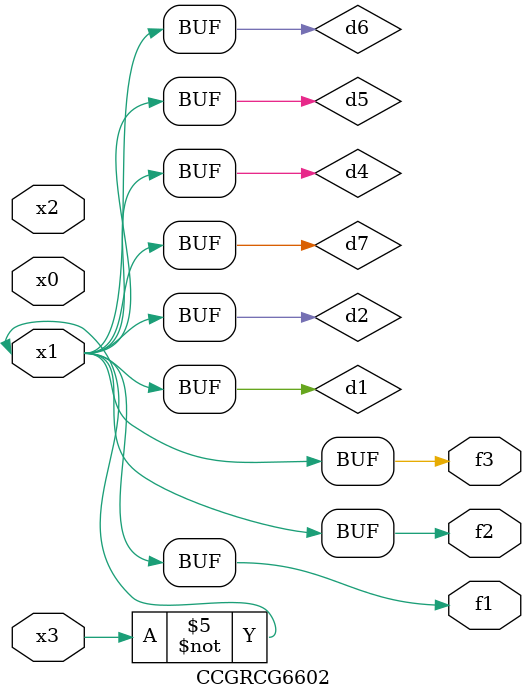
<source format=v>
module CCGRCG6602(
	input x0, x1, x2, x3,
	output f1, f2, f3
);

	wire d1, d2, d3, d4, d5, d6, d7;

	not (d1, x3);
	buf (d2, x1);
	xnor (d3, d1, d2);
	nor (d4, d1);
	buf (d5, d1, d2);
	buf (d6, d4, d5);
	nand (d7, d4);
	assign f1 = d6;
	assign f2 = d7;
	assign f3 = d6;
endmodule

</source>
